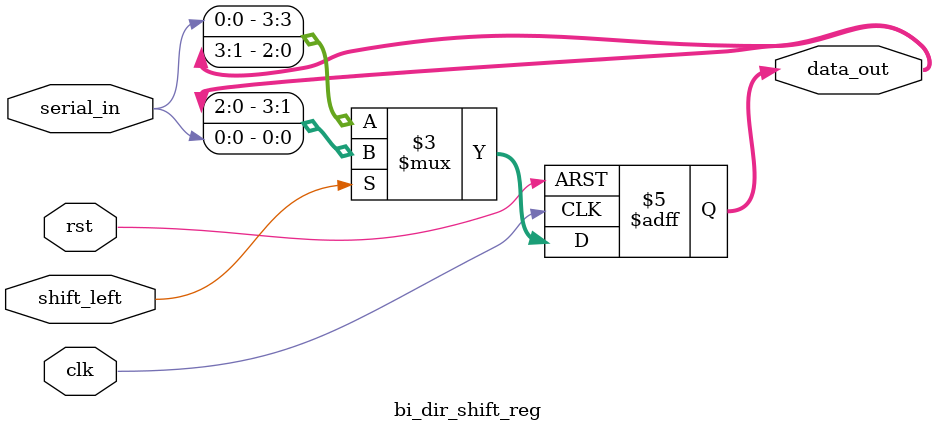
<source format=v>
`timescale 1ns / 1ps


module bi_dir_shift_reg(
input clk,
input rst,
input shift_left,
input serial_in,
output reg[3:0]data_out);
always @(posedge clk or posedge rst)
begin
if(rst)
data_out<=4'b0000;
else if (shift_left)
data_out<={data_out[2:0],serial_in};
else
data_out<={serial_in,data_out[3:1]};
end
endmodule

</source>
